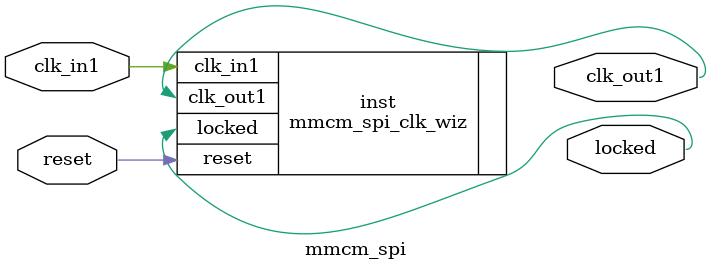
<source format=v>


`timescale 1ps/1ps

(* CORE_GENERATION_INFO = "mmcm_spi,clk_wiz_v6_0_11_0_0,{component_name=mmcm_spi,use_phase_alignment=true,use_min_o_jitter=false,use_max_i_jitter=false,use_dyn_phase_shift=false,use_inclk_switchover=false,use_dyn_reconfig=false,enable_axi=0,feedback_source=FDBK_AUTO,PRIMITIVE=MMCM,num_out_clk=1,clkin1_period=30.000,clkin2_period=10.0,use_power_down=false,use_reset=true,use_locked=true,use_inclk_stopped=false,feedback_type=SINGLE,CLOCK_MGR_TYPE=NA,manual_override=false}" *)

module mmcm_spi 
 (
  // Clock out ports
  output        clk_out1,
  // Status and control signals
  input         reset,
  output        locked,
 // Clock in ports
  input         clk_in1
 );

  mmcm_spi_clk_wiz inst
  (
  // Clock out ports  
  .clk_out1(clk_out1),
  // Status and control signals               
  .reset(reset), 
  .locked(locked),
 // Clock in ports
  .clk_in1(clk_in1)
  );

endmodule

</source>
